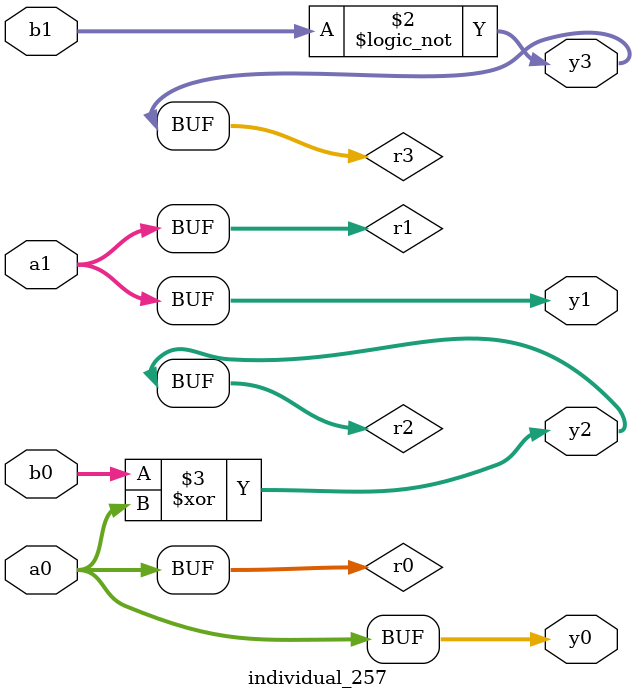
<source format=sv>
module individual_257(input logic [15:0] a1, input logic [15:0] a0, input logic [15:0] b1, input logic [15:0] b0, output logic [15:0] y3, output logic [15:0] y2, output logic [15:0] y1, output logic [15:0] y0);
logic [15:0] r0, r1, r2, r3; 
 always@(*) begin 
	 r0 = a0; r1 = a1; r2 = b0; r3 = b1; 
 	 r3 = ! b1 ;
 	 r2  ^=  a0 ;
 	 y3 = r3; y2 = r2; y1 = r1; y0 = r0; 
end
endmodule
</source>
